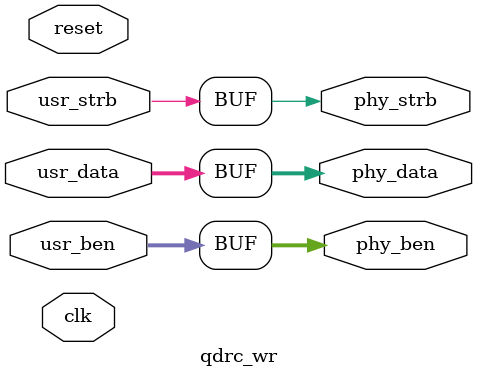
<source format=v>
module qdrc_wr(
    clk,
    reset,

    usr_strb,
    usr_data,
    usr_ben,
    phy_strb,
    phy_data,
    phy_ben
  );

  parameter DATA_WIDTH = 18;
  parameter BW_WIDTH   = 2;
  parameter ADDR_WIDTH = 21;
  input  clk, reset;

  input  usr_strb;
  input  [2*DATA_WIDTH - 1:0] usr_data;
  input    [2*BW_WIDTH - 1:0] usr_ben;

  output phy_strb;
  output [2*DATA_WIDTH - 1:0] phy_data;
  output   [2*BW_WIDTH - 1:0] phy_ben;

  assign phy_strb = usr_strb;
  assign phy_data = usr_data;
  assign phy_ben  = usr_ben;

endmodule

</source>
